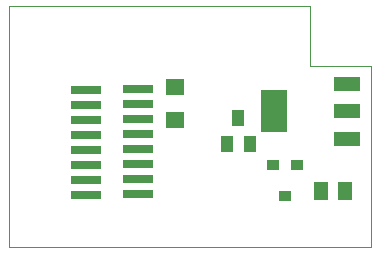
<source format=gbp>
G75*
%MOIN*%
%OFA0B0*%
%FSLAX25Y25*%
%IPPOS*%
%LPD*%
%AMOC8*
5,1,8,0,0,1.08239X$1,22.5*
%
%ADD10C,0.00000*%
%ADD11R,0.03937X0.03543*%
%ADD12R,0.03937X0.05512*%
%ADD13R,0.10000X0.03000*%
%ADD14R,0.06299X0.05512*%
%ADD15R,0.05118X0.05906*%
%ADD16R,0.08800X0.04800*%
%ADD17R,0.08661X0.14173*%
D10*
X0030829Y0002606D02*
X0151329Y0002606D01*
X0151329Y0062811D01*
X0131250Y0062850D01*
X0131211Y0062889D01*
X0131211Y0072811D01*
X0131250Y0082850D01*
X0030829Y0082850D01*
X0030829Y0002606D01*
D11*
X0118813Y0029968D03*
X0126687Y0029968D03*
X0122750Y0019732D03*
D12*
X0110990Y0037019D03*
X0103510Y0037019D03*
X0107250Y0045681D03*
D13*
X0073750Y0045350D03*
X0073750Y0040350D03*
X0073750Y0035350D03*
X0073750Y0030350D03*
X0073750Y0025350D03*
X0073750Y0020350D03*
X0056329Y0020007D03*
X0056329Y0025007D03*
X0056329Y0030007D03*
X0056329Y0035007D03*
X0056329Y0040007D03*
X0056329Y0045007D03*
X0056329Y0050007D03*
X0056329Y0055007D03*
X0073750Y0055350D03*
X0073750Y0050350D03*
D14*
X0086250Y0044838D03*
X0086250Y0055862D03*
D15*
X0134813Y0021350D03*
X0142687Y0021350D03*
D16*
X0143450Y0038750D03*
X0143450Y0047850D03*
X0143450Y0056950D03*
D17*
X0119049Y0047850D03*
M02*

</source>
